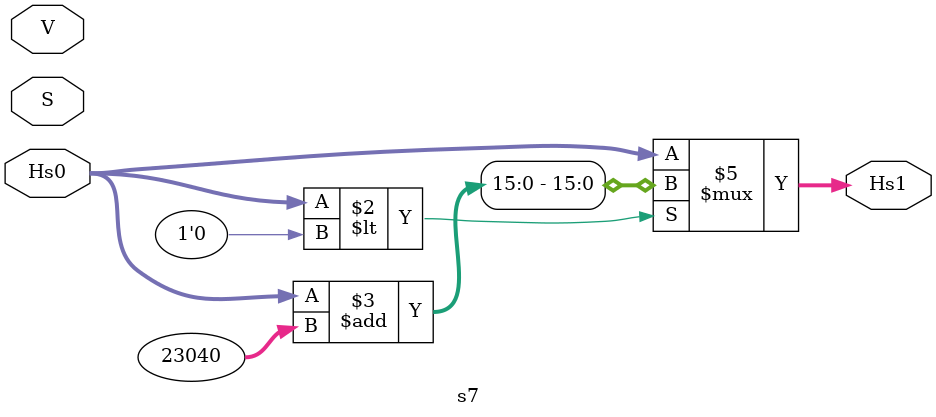
<source format=v>
module s7(
    input signed [15:0] Hs0,S,V,
    output reg signed [15:0] Hs1  
);

always @(Hs0,S,V) begin
    if (Hs0 < 1'd0)
        Hs1 <= Hs0 + (360 << 6'd6);
    else
        Hs1 <= Hs0;
end
endmodule
</source>
